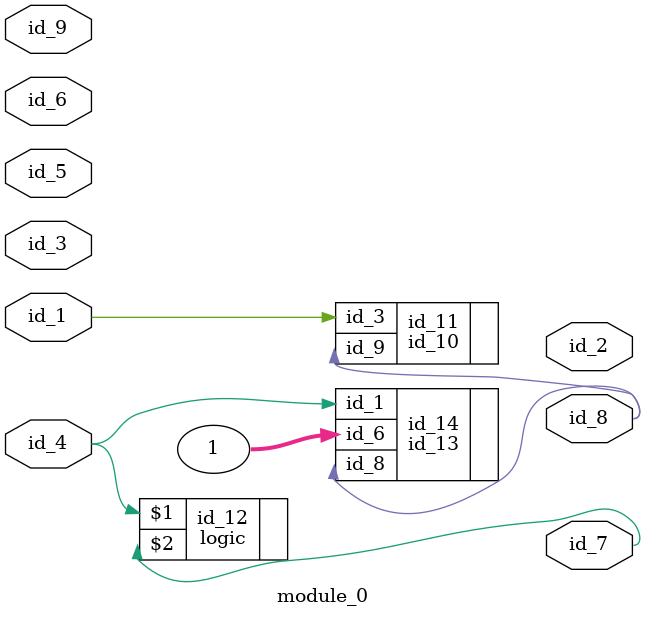
<source format=v>
`define pp_1 0
module module_0 (
    id_1,
    id_2,
    id_3,
    id_4,
    id_5,
    id_6,
    id_7,
    id_8,
    id_9
);
  input id_9;
  output id_8;
  output id_7;
  input id_6;
  input id_5;
  input id_4;
  input id_3;
  output id_2;
  input id_1;
  id_10 id_11 (
      .id_9(id_8),
      .id_3(id_1)
  );
  logic id_12 (
      id_4,
      id_7
  );
  id_13 id_14 (
      .id_6(1),
      .id_8(id_8),
      .id_1(id_4)
  );
endmodule

</source>
